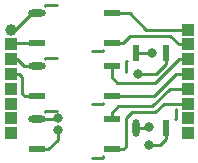
<source format=gbr>
G04 #@! TF.GenerationSoftware,KiCad,Pcbnew,(5.0.0)*
G04 #@! TF.CreationDate,2019-03-14T11:08:31+03:00*
G04 #@! TF.ProjectId,249__25__,3234391A1F323511222E6B696361645F,rev?*
G04 #@! TF.SameCoordinates,Original*
G04 #@! TF.FileFunction,Copper,L1,Top,Signal*
G04 #@! TF.FilePolarity,Positive*
%FSLAX46Y46*%
G04 Gerber Fmt 4.6, Leading zero omitted, Abs format (unit mm)*
G04 Created by KiCad (PCBNEW (5.0.0)) date 03/14/19 11:08:31*
%MOMM*%
%LPD*%
G01*
G04 APERTURE LIST*
G04 #@! TA.AperFunction,ComponentPad*
%ADD10C,1.000000*%
G04 #@! TD*
G04 #@! TA.AperFunction,ComponentPad*
%ADD11R,1.000000X1.000000*%
G04 #@! TD*
G04 #@! TA.AperFunction,SMDPad,CuDef*
%ADD12O,1.473200X0.609600*%
G04 #@! TD*
G04 #@! TA.AperFunction,SMDPad,CuDef*
%ADD13R,1.473200X0.609600*%
G04 #@! TD*
G04 #@! TA.AperFunction,SMDPad,CuDef*
%ADD14R,0.609600X1.473200*%
G04 #@! TD*
G04 #@! TA.AperFunction,SMDPad,CuDef*
%ADD15O,0.609600X1.473200*%
G04 #@! TD*
G04 #@! TA.AperFunction,ViaPad*
%ADD16C,0.800000*%
G04 #@! TD*
G04 #@! TA.AperFunction,Conductor*
%ADD17C,0.250000*%
G04 #@! TD*
G04 APERTURE END LIST*
D10*
G04 #@! TO.P,DA1,1*
G04 #@! TO.N,/in_1*
X118500000Y-68000000D03*
D11*
G04 #@! TO.P,DA1,16*
G04 #@! TO.N,/out1_1*
X133500000Y-68000000D03*
G04 #@! TO.P,DA1,2*
G04 #@! TO.N,/gnd_1*
X118500000Y-69250000D03*
G04 #@! TO.P,DA1,15*
G04 #@! TO.N,/out2_1*
X133500000Y-69250000D03*
G04 #@! TO.P,DA1,3*
G04 #@! TO.N,/in_2*
X118500000Y-70500000D03*
G04 #@! TO.P,DA1,14*
G04 #@! TO.N,/out1_2*
X133500000Y-70500000D03*
G04 #@! TO.P,DA1,4*
G04 #@! TO.N,/gnd_2*
X118500000Y-71750000D03*
G04 #@! TO.P,DA1,13*
G04 #@! TO.N,/out2_2*
X133500000Y-71750000D03*
G04 #@! TO.P,DA1,5*
G04 #@! TO.N,/in_3*
X118500000Y-73000000D03*
G04 #@! TO.P,DA1,12*
G04 #@! TO.N,/out1_3*
X133500000Y-73000000D03*
G04 #@! TO.P,DA1,6*
G04 #@! TO.N,/gnd_3*
X118500000Y-74250000D03*
G04 #@! TO.P,DA1,11*
G04 #@! TO.N,/out2_3*
X133500000Y-74250000D03*
G04 #@! TO.P,DA1,7*
G04 #@! TO.N,/in_4*
X118500000Y-75500000D03*
G04 #@! TO.P,DA1,10*
G04 #@! TO.N,/out1_4*
X133500000Y-75500000D03*
G04 #@! TO.P,DA1,8*
G04 #@! TO.N,/gnd_4*
X118500000Y-76750000D03*
G04 #@! TO.P,DA1,9*
G04 #@! TO.N,/out2_4*
X133500000Y-76750000D03*
G04 #@! TD*
D12*
G04 #@! TO.P,DA2,1*
G04 #@! TO.N,/in_1*
X120706000Y-66595000D03*
D13*
G04 #@! TO.P,DA2,2*
G04 #@! TO.N,/gnd_1*
X120706000Y-69135000D03*
G04 #@! TO.P,DA2,3*
G04 #@! TO.N,/out2_1*
X127044000Y-69135000D03*
G04 #@! TO.P,DA2,4*
G04 #@! TO.N,/out1_1*
X127044000Y-66595000D03*
G04 #@! TD*
G04 #@! TO.P,DA3,4*
G04 #@! TO.N,/out1_2*
X127044000Y-71095000D03*
G04 #@! TO.P,DA3,3*
G04 #@! TO.N,/out2_2*
X127044000Y-73635000D03*
G04 #@! TO.P,DA3,2*
G04 #@! TO.N,/gnd_2*
X120706000Y-73635000D03*
D12*
G04 #@! TO.P,DA3,1*
G04 #@! TO.N,/in_2*
X120706000Y-71095000D03*
G04 #@! TD*
G04 #@! TO.P,DA4,1*
G04 #@! TO.N,/in_3*
X120706000Y-75595000D03*
D13*
G04 #@! TO.P,DA4,2*
G04 #@! TO.N,/gnd_3*
X120706000Y-78135000D03*
G04 #@! TO.P,DA4,3*
G04 #@! TO.N,/out2_3*
X127044000Y-78135000D03*
G04 #@! TO.P,DA4,4*
G04 #@! TO.N,/out1_3*
X127044000Y-75595000D03*
G04 #@! TD*
D14*
G04 #@! TO.P,DA5,4*
G04 #@! TO.N,/out1_4*
X129095000Y-69956000D03*
G04 #@! TO.P,DA5,3*
G04 #@! TO.N,/out2_4*
X131635000Y-69956000D03*
G04 #@! TO.P,DA5,2*
G04 #@! TO.N,/gnd_4*
X131635000Y-76294000D03*
D15*
G04 #@! TO.P,DA5,1*
G04 #@! TO.N,/in_4*
X129095000Y-76294000D03*
G04 #@! TD*
D16*
G04 #@! TO.N,/in_3*
X122500000Y-75500000D03*
G04 #@! TO.N,/gnd_3*
X122500000Y-76500000D03*
G04 #@! TO.N,/in_4*
X130250000Y-76250000D03*
G04 #@! TO.N,/out1_4*
X130500000Y-70000000D03*
G04 #@! TO.N,/gnd_4*
X130250000Y-77750000D03*
G04 #@! TO.N,/out2_4*
X129250000Y-71750000D03*
G04 #@! TD*
D17*
G04 #@! TO.N,*
X121400000Y-66000000D02*
X121400000Y-65900010D01*
X121400000Y-65900010D02*
X122399990Y-65900010D01*
X121400000Y-70400010D02*
X122399990Y-70400010D01*
X121400000Y-70500000D02*
X121400000Y-70400010D01*
X121400000Y-74900010D02*
X122399990Y-74900010D01*
X121400000Y-75000000D02*
X121400000Y-74900010D01*
X126350000Y-78829990D02*
X125350010Y-78829990D01*
X126349999Y-78730000D02*
X126350000Y-78829990D01*
X126350000Y-74329990D02*
X125350010Y-74329990D01*
X126349999Y-74230000D02*
X126350000Y-74329990D01*
X126350000Y-69829990D02*
X125350010Y-69829990D01*
X126349999Y-69730000D02*
X126350000Y-69829990D01*
X132500000Y-75600000D02*
X132400000Y-75600000D01*
X132500000Y-75600000D02*
X132500000Y-74700000D01*
X128230001Y-70650000D02*
X128330000Y-70650000D01*
X128230001Y-70650000D02*
X128230000Y-71550000D01*
G04 #@! TO.N,/in_1*
X118869200Y-68000000D02*
X118650010Y-68000000D01*
X120274200Y-66595000D02*
X118869200Y-68000000D01*
X120706000Y-66595000D02*
X120274200Y-66595000D01*
G04 #@! TO.N,/out1_1*
X133500000Y-68000000D02*
X130000000Y-68000000D01*
X128595000Y-66595000D02*
X127044000Y-66595000D01*
X130000000Y-68000000D02*
X128595000Y-66595000D01*
G04 #@! TO.N,/gnd_1*
X118615000Y-69135000D02*
X118500000Y-69250000D01*
X120706000Y-69135000D02*
X118615000Y-69135000D01*
G04 #@! TO.N,/out2_1*
X128000000Y-69135000D02*
X127044000Y-69135000D01*
X128635000Y-68500000D02*
X128000000Y-69135000D01*
X132000000Y-68500000D02*
X128635000Y-68500000D01*
X132750000Y-69250000D02*
X132000000Y-68500000D01*
X133500000Y-69250000D02*
X132750000Y-69250000D01*
G04 #@! TO.N,/in_2*
X119000000Y-70500000D02*
X118500000Y-70500000D01*
X120706000Y-71095000D02*
X119595000Y-71095000D01*
X119595000Y-71095000D02*
X119000000Y-70500000D01*
G04 #@! TO.N,/out1_2*
X127044000Y-72044000D02*
X127044000Y-71095000D01*
X127500000Y-72500000D02*
X127044000Y-72044000D01*
X130750000Y-72500000D02*
X127500000Y-72500000D01*
X133500000Y-70500000D02*
X132750000Y-70500000D01*
X132750000Y-70500000D02*
X130750000Y-72500000D01*
G04 #@! TO.N,/gnd_2*
X119250000Y-71750000D02*
X118500000Y-71750000D01*
X119719400Y-73635000D02*
X119500000Y-73415600D01*
X120706000Y-73635000D02*
X119719400Y-73635000D01*
X119500000Y-72000000D02*
X119250000Y-71750000D01*
X119500000Y-73415600D02*
X119500000Y-72000000D01*
G04 #@! TO.N,/out2_2*
X132500000Y-71750000D02*
X133500000Y-71750000D01*
X130615000Y-73635000D02*
X132500000Y-71750000D01*
X127044000Y-73635000D02*
X130615000Y-73635000D01*
G04 #@! TO.N,/in_3*
X120706000Y-75595000D02*
X122405000Y-75595000D01*
X122405000Y-75595000D02*
X122500000Y-75500000D01*
G04 #@! TO.N,/out1_3*
X127044000Y-75040200D02*
X127584200Y-74500000D01*
X127044000Y-75595000D02*
X127044000Y-75040200D01*
X127584200Y-74500000D02*
X130500000Y-74500000D01*
X132000000Y-73000000D02*
X133500000Y-73000000D01*
X130500000Y-74500000D02*
X132000000Y-73000000D01*
G04 #@! TO.N,/gnd_3*
X121692600Y-78135000D02*
X122500000Y-77327600D01*
X120706000Y-78135000D02*
X121692600Y-78135000D01*
X122500000Y-77327600D02*
X122500000Y-76500000D01*
G04 #@! TO.N,/out2_3*
X131500000Y-74250000D02*
X133500000Y-74250000D01*
X127044000Y-78135000D02*
X128030600Y-78135000D01*
X128030600Y-78135000D02*
X128250000Y-77915600D01*
X128250000Y-77915600D02*
X128250000Y-75500000D01*
X128250000Y-75500000D02*
X128750000Y-75000000D01*
X128750000Y-75000000D02*
X130750000Y-75000000D01*
X130750000Y-75000000D02*
X131500000Y-74250000D01*
G04 #@! TO.N,/in_4*
X129095000Y-76294000D02*
X130206000Y-76294000D01*
X130206000Y-76294000D02*
X130250000Y-76250000D01*
G04 #@! TO.N,/out1_4*
X129095000Y-69956000D02*
X130456000Y-69956000D01*
X130456000Y-69956000D02*
X130500000Y-70000000D01*
G04 #@! TO.N,/gnd_4*
X131635000Y-77280600D02*
X131165600Y-77750000D01*
X131635000Y-76294000D02*
X131635000Y-77280600D01*
X131165600Y-77750000D02*
X130250000Y-77750000D01*
G04 #@! TO.N,/out2_4*
X131635000Y-70942600D02*
X130827600Y-71750000D01*
X131635000Y-69956000D02*
X131635000Y-70942600D01*
X130827600Y-71750000D02*
X129250000Y-71750000D01*
G04 #@! TD*
M02*

</source>
